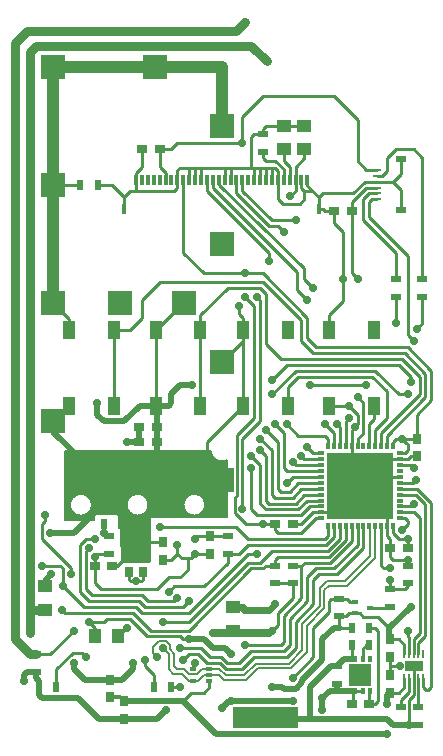
<source format=gtl>
%FSLAX46Y46*%
%MOMM*%
%ADD14C,0.200000*%
%ADD13C,0.230000*%
%ADD19C,0.240000*%
%ADD10C,0.250000*%
%ADD15C,0.300000*%
%ADD11C,0.500000*%
%ADD16C,0.600000*%
%ADD17C,0.700000*%
%ADD12C,0.750000*%
%ADD18C,1.000000*%
%AMPS51*
21,1,5.600000,5.600000,0.000000,0.000000,270.000000*
%
%ADD51PS51*%
%AMPS36*
21,1,0.300000,0.800000,0.000000,0.000000,0.000000*
%
%ADD36PS36*%
%AMPS25*
21,1,1.000000,1.600000,0.000000,0.000000,0.000000*
%
%ADD25PS25*%
%AMPS24*
21,1,1.000000,1.600000,0.000000,0.000000,180.000000*
%
%ADD24PS24*%
%AMPS34*
21,1,0.510000,0.400000,0.000000,0.000000,0.000000*
%
%ADD34PS34*%
%AMPS39*
21,1,0.900000,0.550000,0.000000,0.000000,180.000000*
%
%ADD39PS39*%
%AMPS27*
21,1,0.230000,0.700000,0.000000,0.000000,0.000000*
%
%ADD27PS27*%
%AMPS26*
21,1,0.230000,0.700000,0.000000,0.000000,180.000000*
%
%ADD26PS26*%
%AMPS21*
21,1,0.300000,0.450000,0.000000,0.000000,90.000000*
%
%ADD21PS21*%
%AMPS20*
21,1,0.300000,0.450000,0.000000,0.000000,270.000000*
%
%ADD20PS20*%
%AMPS28*
21,1,0.900000,1.500000,0.000000,0.000000,90.000000*
%
%ADD28PS28*%
%AMPS37*
21,1,0.400000,0.800000,0.000000,0.000000,0.000000*
%
%ADD37PS37*%
%AMPS43*
21,1,1.000000,1.250000,0.000000,0.000000,0.000000*
%
%ADD43PS43*%
%AMPS38*
21,1,1.000000,1.250000,0.000000,0.000000,90.000000*
%
%ADD38PS38*%
%AMPS41*
21,1,1.000000,1.250000,0.000000,0.000000,270.000000*
%
%ADD41PS41*%
%AMPS44*
21,1,0.500000,0.400000,0.000000,0.000000,90.000000*
%
%ADD44PS44*%
%AMPS45*
21,1,0.500000,0.750000,0.000000,0.000000,90.000000*
%
%ADD45PS45*%
%AMPS30*
21,1,0.800000,0.750000,0.000000,0.000000,0.000000*
%
%ADD30PS30*%
%AMPS29*
21,1,0.800000,0.750000,0.000000,0.000000,90.000000*
%
%ADD29PS29*%
%AMPS31*
21,1,0.800000,0.750000,0.000000,0.000000,180.000000*
%
%ADD31PS31*%
%AMPS35*
21,1,0.800000,0.750000,0.000000,0.000000,270.000000*
%
%ADD35PS35*%
%AMPS40*
21,1,0.250000,0.650000,0.000000,0.000000,270.000000*
%
%ADD40PS40*%
%AMPS48*
21,1,0.300000,0.550000,0.000000,0.000000,0.000000*
%
%ADD48PS48*%
%AMPS47*
21,1,0.300000,0.550000,0.000000,0.000000,90.000000*
%
%ADD47PS47*%
%AMPS50*
21,1,0.300000,0.550000,0.000000,0.000000,180.000000*
%
%ADD50PS50*%
%AMPS49*
21,1,0.300000,0.550000,0.000000,0.000000,270.000000*
%
%ADD49PS49*%
%AMPS46*
21,1,1.800000,1.800000,0.000000,0.000000,90.000000*
%
%ADD46PS46*%
%AMPS33*
21,1,0.500000,0.900000,0.000000,0.000000,0.000000*
%
%ADD33PS33*%
%AMPS22*
21,1,0.500000,0.900000,0.000000,0.000000,90.000000*
%
%ADD22PS22*%
%AMPS23*
21,1,0.500000,0.900000,0.000000,0.000000,180.000000*
%
%ADD23PS23*%
%AMPS32*
21,1,0.500000,0.900000,0.000000,0.000000,270.000000*
%
%ADD32PS32*%
%AMPS52*
1,1,0.700000,0.000000,0.000000*
%
%ADD52PS52*%
%AMPS42*
21,1,2.000000,2.000000,0.000000,0.000000,90.000000*
%
%ADD42PS42*%
G01*
%LPD*%
G36*
X-6100000Y13000000D02*
X-6060996Y13007920D01*
X-6028171Y13030425D01*
X-6006723Y13063952D01*
X-6000000Y13100000D01*
X-6000000Y16739949D01*
X-5998243Y16748603D01*
X-5990754Y16750000D01*
X400000Y16750000D01*
X439004Y16757920D01*
X471829Y16780425D01*
X493277Y16813952D01*
X500000Y16850000D01*
X500000Y21661047D01*
X492080Y21700051D01*
X469575Y21732876D01*
X436048Y21754324D01*
X396812Y21760996D01*
X357245Y21751446D01*
X335781Y21741294D01*
X299047Y21726078D01*
X259798Y21712034D01*
X221771Y21700499D01*
X181317Y21690365D01*
X142317Y21682608D01*
X101058Y21676488D01*
X61528Y21672594D01*
X19887Y21670548D01*
X-19887Y21670548D01*
X-61528Y21672594D01*
X-101058Y21676488D01*
X-142317Y21682608D01*
X-181317Y21690365D01*
X-221771Y21700499D01*
X-259798Y21712034D01*
X-299047Y21726078D01*
X-335781Y21741294D01*
X-373472Y21759121D01*
X-408525Y21777856D01*
X-444298Y21799297D01*
X-477330Y21821369D01*
X-510834Y21846217D01*
X-541569Y21871441D01*
X-572455Y21899435D01*
X-600569Y21927549D01*
X-628564Y21958437D01*
X-653781Y21989163D01*
X-678624Y22022660D01*
X-700703Y22055702D01*
X-722144Y22091475D01*
X-740879Y22126528D01*
X-758706Y22164219D01*
X-773922Y22200953D01*
X-787966Y22240202D01*
X-799501Y22278229D01*
X-809635Y22318683D01*
X-817392Y22357683D01*
X-823511Y22398936D01*
X-824582Y22409807D01*
X-836289Y22447846D01*
X-861905Y22478306D01*
X-897373Y22496362D01*
X-924100Y22500000D01*
X-13230000Y22500000D01*
X-13269004Y22492080D01*
X-13301829Y22469575D01*
X-13323277Y22436048D01*
X-13330000Y22400000D01*
X-13330000Y16600000D01*
X-13322080Y16560996D01*
X-13299575Y16528171D01*
X-13266048Y16506723D01*
X-13230000Y16500000D01*
X-10850000Y16500000D01*
X-10810996Y16507920D01*
X-10778171Y16530425D01*
X-10756723Y16563952D01*
X-10750000Y16600000D01*
X-10750000Y16989949D01*
X-10748243Y16998603D01*
X-10740754Y17000000D01*
X-8510051Y17000000D01*
X-8501397Y16998243D01*
X-8500000Y16990754D01*
X-8500000Y13100000D01*
X-8492080Y13060996D01*
X-8469575Y13028171D01*
X-8436048Y13006723D01*
X-8400000Y13000000D01*
X-6100000Y13000000D01*
D02*
G37*
%LPC*%
G36*
X-2300113Y17070548D02*
X-2339887Y17070548D01*
X-2381528Y17072594D01*
X-2421058Y17076488D01*
X-2462317Y17082608D01*
X-2501317Y17090365D01*
X-2541771Y17100499D01*
X-2579798Y17112034D01*
X-2619047Y17126078D01*
X-2655781Y17141294D01*
X-2693472Y17159121D01*
X-2728525Y17177856D01*
X-2764298Y17199297D01*
X-2797330Y17221369D01*
X-2830834Y17246217D01*
X-2861569Y17271441D01*
X-2892455Y17299435D01*
X-2920569Y17327549D01*
X-2948564Y17358437D01*
X-2973781Y17389163D01*
X-2998624Y17422660D01*
X-3020703Y17455702D01*
X-3042144Y17491475D01*
X-3060879Y17526528D01*
X-3078706Y17564219D01*
X-3093922Y17600953D01*
X-3107966Y17640202D01*
X-3119501Y17678229D01*
X-3129635Y17718683D01*
X-3137392Y17757683D01*
X-3143512Y17798942D01*
X-3147406Y17838472D01*
X-3149452Y17880113D01*
X-3149452Y17919887D01*
X-3147406Y17961528D01*
X-3143512Y18001058D01*
X-3137392Y18042317D01*
X-3129635Y18081317D01*
X-3119501Y18121771D01*
X-3107966Y18159798D01*
X-3093922Y18199047D01*
X-3078706Y18235781D01*
X-3060879Y18273472D01*
X-3042144Y18308525D01*
X-3020703Y18344298D01*
X-2998624Y18377340D01*
X-2973781Y18410837D01*
X-2948564Y18441563D01*
X-2920569Y18472451D01*
X-2892455Y18500565D01*
X-2861569Y18528559D01*
X-2830834Y18553783D01*
X-2797330Y18578631D01*
X-2764298Y18600703D01*
X-2728525Y18622144D01*
X-2693472Y18640879D01*
X-2655781Y18658706D01*
X-2619047Y18673922D01*
X-2579798Y18687966D01*
X-2541771Y18699501D01*
X-2501317Y18709635D01*
X-2462317Y18717392D01*
X-2421058Y18723512D01*
X-2381528Y18727406D01*
X-2339887Y18729452D01*
X-2300113Y18729452D01*
X-2258472Y18727406D01*
X-2218942Y18723512D01*
X-2177683Y18717392D01*
X-2138683Y18709635D01*
X-2098229Y18699501D01*
X-2060202Y18687966D01*
X-2020953Y18673922D01*
X-1984219Y18658706D01*
X-1946528Y18640879D01*
X-1911475Y18622144D01*
X-1875702Y18600703D01*
X-1842660Y18578624D01*
X-1809163Y18553781D01*
X-1778437Y18528564D01*
X-1747549Y18500569D01*
X-1719431Y18472451D01*
X-1691436Y18441563D01*
X-1666219Y18410837D01*
X-1641376Y18377340D01*
X-1619297Y18344298D01*
X-1597856Y18308525D01*
X-1579121Y18273472D01*
X-1561294Y18235781D01*
X-1546078Y18199047D01*
X-1532034Y18159798D01*
X-1520499Y18121771D01*
X-1510365Y18081317D01*
X-1502608Y18042317D01*
X-1496488Y18001058D01*
X-1492594Y17961528D01*
X-1490548Y17919887D01*
X-1490548Y17880113D01*
X-1492594Y17838472D01*
X-1496488Y17798942D01*
X-1502608Y17757683D01*
X-1510365Y17718683D01*
X-1520499Y17678229D01*
X-1532034Y17640202D01*
X-1546078Y17600953D01*
X-1561294Y17564219D01*
X-1579121Y17526528D01*
X-1597856Y17491475D01*
X-1619297Y17455702D01*
X-1641376Y17422660D01*
X-1666219Y17389163D01*
X-1691436Y17358437D01*
X-1719431Y17327549D01*
X-1747549Y17299431D01*
X-1778437Y17271436D01*
X-1809163Y17246219D01*
X-1842660Y17221376D01*
X-1875702Y17199297D01*
X-1911475Y17177856D01*
X-1946528Y17159121D01*
X-1984219Y17141294D01*
X-2020953Y17126078D01*
X-2060202Y17112034D01*
X-2098229Y17100499D01*
X-2138683Y17090365D01*
X-2177683Y17082608D01*
X-2218942Y17076488D01*
X-2258472Y17072594D01*
X-2300113Y17070548D01*
D02*
G37*
%LPC*%
G36*
X-7100113Y17070548D02*
X-7139887Y17070548D01*
X-7181528Y17072594D01*
X-7221058Y17076488D01*
X-7262317Y17082608D01*
X-7301317Y17090365D01*
X-7341771Y17100499D01*
X-7379798Y17112034D01*
X-7419047Y17126078D01*
X-7455781Y17141294D01*
X-7493472Y17159121D01*
X-7528525Y17177856D01*
X-7564298Y17199297D01*
X-7597330Y17221369D01*
X-7630834Y17246217D01*
X-7661569Y17271441D01*
X-7692455Y17299435D01*
X-7720569Y17327549D01*
X-7748564Y17358437D01*
X-7773781Y17389163D01*
X-7798624Y17422660D01*
X-7820703Y17455702D01*
X-7842144Y17491475D01*
X-7860879Y17526528D01*
X-7878706Y17564219D01*
X-7893922Y17600953D01*
X-7907966Y17640202D01*
X-7919501Y17678229D01*
X-7929635Y17718683D01*
X-7937392Y17757683D01*
X-7943512Y17798942D01*
X-7947406Y17838472D01*
X-7949452Y17880113D01*
X-7949452Y17919887D01*
X-7947406Y17961528D01*
X-7943512Y18001058D01*
X-7937392Y18042317D01*
X-7929635Y18081317D01*
X-7919501Y18121771D01*
X-7907966Y18159798D01*
X-7893922Y18199047D01*
X-7878706Y18235781D01*
X-7860879Y18273472D01*
X-7842144Y18308525D01*
X-7820703Y18344298D01*
X-7798624Y18377340D01*
X-7773781Y18410837D01*
X-7748564Y18441563D01*
X-7720569Y18472451D01*
X-7692455Y18500565D01*
X-7661569Y18528559D01*
X-7630834Y18553783D01*
X-7597330Y18578631D01*
X-7564298Y18600703D01*
X-7528525Y18622144D01*
X-7493472Y18640879D01*
X-7455781Y18658706D01*
X-7419047Y18673922D01*
X-7379798Y18687966D01*
X-7341771Y18699501D01*
X-7301317Y18709635D01*
X-7262317Y18717392D01*
X-7221058Y18723512D01*
X-7181528Y18727406D01*
X-7139887Y18729452D01*
X-7100113Y18729452D01*
X-7058472Y18727406D01*
X-7018942Y18723512D01*
X-6977683Y18717392D01*
X-6938683Y18709635D01*
X-6898229Y18699501D01*
X-6860202Y18687966D01*
X-6820953Y18673922D01*
X-6784219Y18658706D01*
X-6746528Y18640879D01*
X-6711475Y18622144D01*
X-6675702Y18600703D01*
X-6642660Y18578624D01*
X-6609163Y18553781D01*
X-6578437Y18528564D01*
X-6547549Y18500569D01*
X-6519431Y18472451D01*
X-6491436Y18441563D01*
X-6466219Y18410837D01*
X-6441376Y18377340D01*
X-6419297Y18344298D01*
X-6397856Y18308525D01*
X-6379121Y18273472D01*
X-6361294Y18235781D01*
X-6346078Y18199047D01*
X-6332034Y18159798D01*
X-6320499Y18121771D01*
X-6310365Y18081317D01*
X-6302608Y18042317D01*
X-6296488Y18001058D01*
X-6292594Y17961528D01*
X-6290548Y17919887D01*
X-6290548Y17880113D01*
X-6292594Y17838472D01*
X-6296488Y17798942D01*
X-6302608Y17757683D01*
X-6310365Y17718683D01*
X-6320499Y17678229D01*
X-6332034Y17640202D01*
X-6346078Y17600953D01*
X-6361294Y17564219D01*
X-6379121Y17526528D01*
X-6397856Y17491475D01*
X-6419297Y17455702D01*
X-6441376Y17422660D01*
X-6466219Y17389163D01*
X-6491436Y17358437D01*
X-6519431Y17327549D01*
X-6547549Y17299431D01*
X-6578437Y17271436D01*
X-6609163Y17246219D01*
X-6642660Y17221376D01*
X-6675702Y17199297D01*
X-6711475Y17177856D01*
X-6746528Y17159121D01*
X-6784219Y17141294D01*
X-6820953Y17126078D01*
X-6860202Y17112034D01*
X-6898229Y17100499D01*
X-6938683Y17090365D01*
X-6977683Y17082608D01*
X-7018942Y17076488D01*
X-7058472Y17072594D01*
X-7100113Y17070548D01*
D02*
G37*
%LPC*%
G36*
X-11900113Y17070548D02*
X-11939887Y17070548D01*
X-11981528Y17072594D01*
X-12021058Y17076488D01*
X-12062317Y17082608D01*
X-12101317Y17090365D01*
X-12141771Y17100499D01*
X-12179798Y17112034D01*
X-12219047Y17126078D01*
X-12255781Y17141294D01*
X-12293472Y17159121D01*
X-12328525Y17177856D01*
X-12364298Y17199297D01*
X-12397340Y17221376D01*
X-12430837Y17246219D01*
X-12461563Y17271436D01*
X-12492451Y17299431D01*
X-12520569Y17327549D01*
X-12548564Y17358437D01*
X-12573781Y17389163D01*
X-12598624Y17422660D01*
X-12620703Y17455702D01*
X-12642144Y17491475D01*
X-12660879Y17526528D01*
X-12678706Y17564219D01*
X-12693922Y17600953D01*
X-12707966Y17640202D01*
X-12719501Y17678229D01*
X-12729635Y17718683D01*
X-12737392Y17757683D01*
X-12743512Y17798942D01*
X-12747406Y17838472D01*
X-12749452Y17880113D01*
X-12749452Y17919887D01*
X-12747406Y17961528D01*
X-12743512Y18001058D01*
X-12737392Y18042317D01*
X-12729635Y18081317D01*
X-12719501Y18121771D01*
X-12707966Y18159798D01*
X-12693922Y18199047D01*
X-12678706Y18235781D01*
X-12660879Y18273472D01*
X-12642144Y18308525D01*
X-12620703Y18344298D01*
X-12598624Y18377340D01*
X-12573781Y18410837D01*
X-12548564Y18441563D01*
X-12520569Y18472451D01*
X-12492451Y18500569D01*
X-12461563Y18528564D01*
X-12430837Y18553781D01*
X-12397340Y18578624D01*
X-12364298Y18600703D01*
X-12328525Y18622144D01*
X-12293472Y18640879D01*
X-12255781Y18658706D01*
X-12219047Y18673922D01*
X-12179798Y18687966D01*
X-12141771Y18699501D01*
X-12101317Y18709635D01*
X-12062317Y18717392D01*
X-12021058Y18723512D01*
X-11981528Y18727406D01*
X-11939887Y18729452D01*
X-11900113Y18729452D01*
X-11858472Y18727406D01*
X-11818942Y18723512D01*
X-11777683Y18717392D01*
X-11738683Y18709635D01*
X-11698229Y18699501D01*
X-11660202Y18687966D01*
X-11620953Y18673922D01*
X-11584219Y18658706D01*
X-11546528Y18640879D01*
X-11511475Y18622144D01*
X-11475702Y18600703D01*
X-11442670Y18578631D01*
X-11409166Y18553783D01*
X-11378431Y18528559D01*
X-11347545Y18500565D01*
X-11319431Y18472451D01*
X-11291436Y18441563D01*
X-11266219Y18410837D01*
X-11241376Y18377340D01*
X-11219297Y18344298D01*
X-11197856Y18308525D01*
X-11179121Y18273472D01*
X-11161294Y18235781D01*
X-11146078Y18199047D01*
X-11132034Y18159798D01*
X-11120499Y18121771D01*
X-11110365Y18081317D01*
X-11102608Y18042317D01*
X-11096488Y18001058D01*
X-11092594Y17961528D01*
X-11090548Y17919887D01*
X-11090548Y17880113D01*
X-11092594Y17838472D01*
X-11096488Y17798942D01*
X-11102608Y17757683D01*
X-11110365Y17718683D01*
X-11120499Y17678229D01*
X-11132034Y17640202D01*
X-11146078Y17600953D01*
X-11161294Y17564219D01*
X-11179121Y17526528D01*
X-11197856Y17491475D01*
X-11219297Y17455702D01*
X-11241376Y17422660D01*
X-11266219Y17389163D01*
X-11291436Y17358437D01*
X-11319431Y17327549D01*
X-11347545Y17299435D01*
X-11378431Y17271441D01*
X-11409166Y17246217D01*
X-11442670Y17221369D01*
X-11475702Y17199297D01*
X-11511475Y17177856D01*
X-11546528Y17159121D01*
X-11584219Y17141294D01*
X-11620953Y17126078D01*
X-11660202Y17112034D01*
X-11698229Y17100499D01*
X-11738683Y17090365D01*
X-11777683Y17082608D01*
X-11818942Y17076488D01*
X-11858472Y17072594D01*
X-11900113Y17070548D01*
D02*
G37*
%LPD*%
G36*
X6500000Y-1000000D02*
X6500000Y750000D01*
X1000000Y750000D01*
X1000000Y-1000000D01*
X6500000Y-1000000D01*
D02*
G37*
G01*
%LPD*%
D10*
X1305010Y18685001D02*
X1094999Y18474990D01*
D10*
X11150001Y2150000D02*
X11150001Y1150001D01*
D10*
X-4250000Y2500000D02*
X-3525000Y2500000D01*
D10*
X4000000Y41500000D02*
X4750000Y41500000D01*
D10*
X11250000Y8689998D02*
X11729290Y8689998D01*
D10*
X-1000000Y5000000D02*
X-1750000Y5750000D01*
D11*
X6000000Y1250000D02*
X750000Y1250000D01*
D10*
X3750000Y35750000D02*
X3250000Y36250000D01*
D10*
X-2750000Y46430000D02*
X-2750000Y45430000D01*
D10*
X-7250000Y44430000D02*
X-7750000Y44430000D01*
D10*
X9750000Y12000000D02*
X12000000Y14250000D01*
D10*
X13500000Y16125000D02*
X13500000Y12750000D01*
D10*
X6750000Y12700000D02*
X7050000Y13000000D01*
D10*
X5750000Y45430000D02*
X5750000Y46500000D01*
D12*
X-16250000Y56250000D02*
X-16250000Y9250000D01*
D10*
X6250000Y46500000D02*
X7000008Y47250008D01*
D10*
X4500000Y15750000D02*
X4500000Y16250000D01*
D13*
X15850000Y5300000D02*
X15850000Y6650000D01*
D10*
X12750000Y28750000D02*
X6500000Y28750000D01*
D11*
X-5500000Y23250000D02*
X-5500000Y24500000D01*
D14*
X8300000Y9332844D02*
X6800000Y7832844D01*
D10*
X-2250000Y46430000D02*
X-2250000Y45430000D01*
D10*
X17000000Y47250000D02*
X16250000Y48000000D01*
D10*
X-250000Y44930000D02*
X7000000Y37913871D01*
D10*
X7250000Y35250000D02*
X6400001Y36099999D01*
D10*
X13500000Y22875000D02*
X13500000Y24000000D01*
D10*
X4250000Y14000000D02*
X3250000Y13000000D01*
D10*
X2500000Y17500000D02*
X3000000Y17000000D01*
D10*
X6250000Y5750000D02*
X6250000Y8000000D01*
D10*
X14250000Y3500000D02*
X14250000Y4250000D01*
D10*
X14250000Y13500000D02*
X14500000Y13250000D01*
D10*
X3250000Y13000000D02*
X2250000Y13000000D01*
D10*
X-1075000Y2425000D02*
X-1500000Y2000000D01*
D10*
X4750000Y45430000D02*
X4750000Y46180000D01*
D13*
X16650000Y2100000D02*
X16650000Y750000D01*
D10*
X-1750000Y46430000D02*
X-1750000Y45430000D01*
D10*
X5155001Y43344999D02*
X6594999Y43344999D01*
D10*
X-2250000Y46430000D02*
X-1750000Y46430000D01*
D10*
X3250000Y35250000D02*
X3000000Y35500000D01*
D10*
X1500000Y34050000D02*
X1800000Y33750000D01*
D10*
X16169985Y19750000D02*
X16419985Y20000000D01*
D13*
X15450000Y6050000D02*
X15000000Y6500000D01*
D10*
X9900000Y8439998D02*
X10500000Y8439998D01*
D10*
X6750000Y22000000D02*
X7000000Y21750000D01*
D13*
X16534442Y19250000D02*
X15500000Y19250000D01*
D10*
X-1075000Y3000000D02*
X-1075000Y2425000D01*
D10*
X-144386Y4500000D02*
X355614Y4000000D01*
D10*
X6250000Y45430000D02*
X6250000Y46500000D01*
D11*
X6820702Y2886300D02*
X6820702Y3070702D01*
D10*
X-9750000Y8250000D02*
X-7780598Y8250000D01*
D10*
X3500000Y49250000D02*
X2750000Y49250000D01*
D10*
X14500000Y23250000D02*
X14750000Y23500000D01*
D10*
X13250000Y7250000D02*
X13250000Y1250000D01*
D10*
X250000Y46430000D02*
X-1750000Y46430000D01*
D10*
X12250000Y6000000D02*
X12500000Y6000000D01*
D15*
X-9483746Y1593422D02*
X-8593422Y1593422D01*
D10*
X7750000Y7500000D02*
X7750000Y4970000D01*
D10*
X3500000Y49750000D02*
X3500000Y49250000D01*
D14*
X6800000Y7832844D02*
X6800000Y5582844D01*
D10*
X9500000Y41750000D02*
X9500000Y42750000D01*
D12*
X-16000056Y9000056D02*
X-14999992Y9000056D01*
D10*
X14500000Y13250000D02*
X14750000Y13250000D01*
D10*
X-3250000Y39250000D02*
X-1500000Y37500000D01*
D10*
X5750000Y46500000D02*
X5250008Y46999992D01*
D10*
X463739Y4500000D02*
X-36261Y5000000D01*
D11*
X-4250000Y27250000D02*
X-3500000Y28000000D01*
D10*
X15175000Y45925000D02*
X14500000Y45250000D01*
D10*
X7750000Y22250000D02*
X8375000Y22250000D01*
D10*
X12750000Y43750000D02*
X12500000Y43500000D01*
D14*
X-2761668Y3000000D02*
X-3361668Y3600000D01*
D10*
X6500000Y19750000D02*
X8375000Y19750000D01*
D14*
X9082844Y11050000D02*
X8700000Y10667156D01*
D10*
X12000000Y26000000D02*
X12000000Y24000000D01*
D14*
X6800000Y5582844D02*
X5667156Y4450000D01*
D10*
X8000000Y31250000D02*
X15750000Y31250000D01*
D10*
X-8250000Y43930000D02*
X-8250000Y42930000D01*
D10*
X5500000Y29750000D02*
X15000000Y29750000D01*
D10*
X-2425000Y4325000D02*
X-2250000Y4500000D01*
D10*
X-14000000Y3969402D02*
X-12619403Y5349999D01*
D10*
X-3750000Y46250000D02*
X-3570000Y46430000D01*
D10*
X1800000Y31800000D02*
X1800000Y32700000D01*
D11*
X-14999992Y11000056D02*
X-14999992Y11483868D01*
D10*
X10500000Y22875000D02*
X10500000Y25000000D01*
D13*
X15900000Y-650000D02*
X15900000Y-750000D01*
D13*
X15000000Y2000000D02*
X14250000Y2000000D01*
D10*
X3750000Y18250000D02*
X4000000Y18000000D01*
D12*
X-17500000Y6500000D02*
X-16250000Y5250000D01*
D10*
X15250000Y23500000D02*
X14750000Y23500000D01*
D10*
X5250000Y6250000D02*
X5250001Y8500001D01*
D14*
X-4100000Y3600000D02*
X-4500000Y4000000D01*
D10*
X14500000Y16125000D02*
X14500000Y15500000D01*
D13*
X16454602Y18750000D02*
X15500000Y18750000D01*
D10*
X500000Y36250000D02*
X-1800000Y33950000D01*
D10*
X3500000Y47250000D02*
X3500000Y47750000D01*
D10*
X14250000Y10750000D02*
X15500000Y10750000D01*
D10*
X10645000Y9939998D02*
X10500000Y9939998D01*
D11*
X-5500000Y22250000D02*
X-11591004Y22250000D01*
D10*
X-2425000Y4000000D02*
X-2425000Y4325000D01*
D15*
X-8593422Y1593422D02*
X-8250000Y1250000D01*
D10*
X1750000Y4000000D02*
X2750000Y5000000D01*
D14*
X-254571Y3500000D02*
X-750000Y3500000D01*
D10*
X-8000000Y7500000D02*
X-8000000Y7499936D01*
D10*
X3500000Y36750000D02*
X-5250000Y36750000D01*
D10*
X13150000Y46250000D02*
X12250000Y46250000D01*
D10*
X6750000Y17000000D02*
X7500000Y17750000D01*
D10*
X6750000Y10000000D02*
X6750000Y12700000D01*
D14*
X-2425000Y3000000D02*
X-2000000Y3000000D01*
D10*
X-11250000Y9750000D02*
X-12000000Y10500000D01*
D10*
X10250000Y41000000D02*
X9500000Y41750000D01*
D10*
X-11000000Y10250000D02*
X-11500000Y10750000D01*
D11*
X14192618Y7442618D02*
X16000000Y9250000D01*
D10*
X6250000Y21250000D02*
X6000000Y21500000D01*
D10*
X2750000Y34750000D02*
X2750000Y25250000D01*
D10*
X-5250000Y16000000D02*
X1250000Y16000000D01*
D11*
X4250000Y2500000D02*
X5070654Y2500000D01*
D10*
X-2750000Y7250000D02*
X2500000Y12500000D01*
D10*
X13575000Y45750000D02*
X13150000Y45750000D01*
D10*
X10500000Y8439998D02*
X10750000Y8689998D01*
D11*
X9750000Y2150000D02*
X9150000Y2150000D01*
D10*
X-6500000Y4255026D02*
X-6500000Y4750000D01*
D10*
X15750000Y31250000D02*
X17750000Y29250000D01*
D10*
X6500000Y28750000D02*
X5600000Y27850000D01*
D10*
X16000000Y22000000D02*
X16500000Y22000000D01*
D10*
X9000000Y22875000D02*
X9000000Y23500000D01*
D10*
X10000000Y15033751D02*
X8966249Y14000000D01*
D13*
X17298277Y2250000D02*
X17500000Y2250000D01*
D10*
X-7800000Y32700000D02*
X-9100000Y32700000D01*
D10*
X-2750000Y8000000D02*
X-5000000Y8000000D01*
D11*
X14500000Y-750000D02*
X15150000Y-750000D01*
D10*
X16750000Y16750000D02*
X16750000Y7000000D01*
D10*
X6250000Y29250000D02*
X4250000Y27250000D01*
D10*
X-5500000Y10750000D02*
X-10250000Y10750000D01*
D10*
X-3750000Y13750000D02*
X-3750000Y14500000D01*
D10*
X-1500000Y11000000D02*
X500000Y13000000D01*
D10*
X15750000Y32250000D02*
X16250000Y31750000D01*
D13*
X15900000Y1400000D02*
X16250000Y1750000D01*
D10*
X-6625000Y12241494D02*
X-6625000Y11596520D01*
D10*
X3750000Y46430000D02*
X4250000Y46430000D01*
D10*
X6000000Y18500000D02*
X4500000Y18500000D01*
D16*
X1800056Y9199944D02*
X2000000Y9000000D01*
D10*
X-3250000Y9250000D02*
X-6500000Y9250000D01*
D10*
X6400001Y37599999D02*
X-750000Y44750000D01*
D13*
X16250000Y3200000D02*
X16250000Y4250000D01*
D10*
X13000000Y1000000D02*
X12500000Y1000000D01*
D13*
X15450000Y5300000D02*
X15450000Y6050000D01*
D11*
X-1500000Y6500000D02*
X-2750000Y6500000D01*
D14*
X8700000Y10667156D02*
X8700000Y9167156D01*
D10*
X4500000Y13250000D02*
X4750000Y13500000D01*
D10*
X12500000Y2125000D02*
X12525000Y2150000D01*
D10*
X-6750000Y46500000D02*
X-6750000Y48000000D01*
D11*
X-5600000Y26300000D02*
X-6950000Y26300000D01*
D10*
X10700000Y26300000D02*
X10750000Y26250000D01*
D10*
X-1250000Y4500000D02*
X-144386Y4500000D01*
D14*
X-4697599Y6380001D02*
X-4369999Y6052401D01*
D10*
X13215948Y8419288D02*
X14192618Y7442618D01*
D14*
X12550000Y16075000D02*
X12550000Y13582844D01*
D11*
X14000000Y-1500000D02*
X-500000Y-1500000D01*
D10*
X9900000Y9939998D02*
X9295008Y9939998D01*
D10*
X-7250000Y45430000D02*
X-7250000Y44430000D01*
D10*
X12550000Y9189998D02*
X14189998Y9189998D01*
D10*
X7250000Y18250000D02*
X8375000Y18250000D01*
D10*
X13000000Y22875000D02*
X13000000Y24250000D01*
D10*
X-7250000Y46000000D02*
X-6750000Y46500000D01*
D10*
X7935651Y20250000D02*
X6000000Y20250000D01*
D11*
X-12500000Y15500000D02*
X-10500000Y17500000D01*
D10*
X-8500000Y16250000D02*
X-8500000Y14366494D01*
D10*
X9105010Y9750000D02*
X9105010Y8855010D01*
D14*
X3082844Y4050000D02*
X2082844Y3050000D01*
D10*
X-2000000Y5250000D02*
X-1250000Y4500000D01*
D10*
X1094999Y18474990D02*
X1094999Y17185599D01*
D10*
X3750000Y22000000D02*
X3750000Y18250000D01*
D10*
X1305010Y23805010D02*
X1305010Y18685001D01*
D14*
X2917156Y4450000D02*
X1917156Y3450000D01*
D10*
X15125000Y20250000D02*
X12500000Y20250000D01*
D10*
X12500000Y43500000D02*
X12500000Y42250000D01*
D10*
X12000000Y14250000D02*
X12000000Y16125000D01*
D10*
X4750000Y23250000D02*
X3750000Y24250000D01*
D11*
X-15500000Y3000000D02*
X-15750000Y3250000D01*
D10*
X-3500000Y11750000D02*
X-4500000Y11750000D01*
D10*
X-6750000Y8750000D02*
X-7250000Y9250000D01*
D14*
X13000000Y16125000D02*
X12950000Y16075000D01*
D14*
X-5302401Y6380001D02*
X-4697599Y6380001D01*
D13*
X17750000Y18034442D02*
X16534442Y19250000D01*
D10*
X3750000Y46430000D02*
X3750000Y45430000D01*
D11*
X-4450000Y26300000D02*
X-4250000Y26500000D01*
D10*
X-6315609Y6785011D02*
X-3529985Y6785011D01*
D10*
X-12750000Y12000000D02*
X-12750000Y12500000D01*
D10*
X-2750000Y46430000D02*
X-2250000Y46430000D01*
D10*
X15750000Y16500000D02*
X15500000Y16750000D01*
D10*
X-36261Y5000000D02*
X-1000000Y5000000D01*
D10*
X-5000000Y14750000D02*
X-7250000Y14750000D01*
D13*
X17500000Y2250000D02*
X17750000Y2500000D01*
D10*
X4250000Y46430000D02*
X4250000Y45430000D01*
D10*
X11000000Y42750000D02*
X11000000Y43500000D01*
D10*
X9100000Y32700000D02*
X9100000Y34000000D01*
D10*
X3750056Y50000056D02*
X3500000Y49750000D01*
D10*
X8375000Y21250000D02*
X7719402Y21250000D01*
D10*
X1750000Y48500000D02*
X-3750000Y48500000D01*
D10*
X-250000Y45430000D02*
X-250000Y44930000D01*
D10*
X14750000Y33250000D02*
X14750000Y34000000D01*
D11*
X-8406578Y3093422D02*
X-9483746Y3093422D01*
D11*
X-5600000Y26300000D02*
X-4450000Y26300000D01*
D10*
X5250000Y24000000D02*
X4500000Y24750000D01*
D10*
X8570000Y42930000D02*
X8250000Y42930000D01*
D10*
X14000000Y21750000D02*
X11750000Y19500000D01*
D10*
X5250000Y46288125D02*
X4538125Y47000000D01*
D10*
X-11500000Y14000000D02*
X-11250000Y14250000D01*
D13*
X15500000Y19250000D02*
X15125000Y19250000D01*
D10*
X14250000Y10750000D02*
X14250000Y11500000D01*
D10*
X10000000Y16125000D02*
X10000000Y15033751D01*
D10*
X9500000Y42750000D02*
X8750000Y42750000D01*
D14*
X-5849999Y5832403D02*
X-5302401Y6380001D01*
D11*
X-5500000Y-250000D02*
X-4750000Y500000D01*
D10*
X-13250000Y8750000D02*
X-7500000Y8750000D01*
D10*
X-13683858Y12750000D02*
X-13453004Y12519146D01*
D11*
X8500000Y500000D02*
X8500000Y1500000D01*
D10*
X6750000Y16250000D02*
X7750000Y17250000D01*
D10*
X11500000Y23500000D02*
X11500000Y22875000D01*
D13*
X15900000Y-600000D02*
X15900000Y-650000D01*
D10*
X-2750000Y8750000D02*
X-6750000Y8750000D01*
D10*
X11000000Y37500000D02*
X11000000Y42750000D01*
D10*
X-6625000Y14125000D02*
X-7250000Y14750000D01*
D11*
X10000000Y7500000D02*
X9500000Y7500000D01*
D10*
X-5250000Y36750000D02*
X-6750000Y35250000D01*
D13*
X15850000Y6650000D02*
X15750000Y6750000D01*
D11*
X-14999992Y11483868D02*
X-14453004Y12030856D01*
D10*
X4750000Y7750000D02*
X4250000Y7250000D01*
D11*
X-8000000Y23250000D02*
X-7000000Y23250000D01*
D10*
X7000000Y21750000D02*
X8375000Y21750000D01*
D10*
X-2849999Y13400001D02*
X-2849999Y12400001D01*
D10*
X-11469402Y15000000D02*
X-10750000Y15000000D01*
D14*
X5832844Y4050000D02*
X3082844Y4050000D01*
D12*
X3800000Y55450000D02*
X2474990Y56775010D01*
D12*
X-16250000Y9250000D02*
X-16250000Y7000000D01*
D10*
X2000000Y6000000D02*
X5000000Y6000000D01*
D10*
X5500000Y5000000D02*
X6250000Y5750000D01*
D10*
X11000000Y20250000D02*
X11750000Y19500000D01*
D13*
X16650000Y5300000D02*
X16650000Y6150000D01*
D10*
X11925000Y5675000D02*
X12250000Y6000000D01*
D11*
X14250000Y6500000D02*
X14192618Y6557382D01*
D11*
X-9000000Y17500000D02*
X-8500000Y17000000D01*
D10*
X-7744974Y11466494D02*
X-7875000Y11596520D01*
D10*
X8000000Y12500000D02*
X9500000Y12500000D01*
D10*
X-11500000Y10750000D02*
X-11500000Y14000000D01*
D10*
X11729290Y8689998D02*
X12000000Y8419288D01*
D10*
X3750000Y17500000D02*
X6500000Y17500000D01*
D11*
X-16500000Y3750000D02*
X-15750000Y3750000D01*
D14*
X2082844Y3050000D02*
X195429Y3050000D01*
D10*
X7000008Y47250008D02*
X7000008Y48000056D01*
D10*
X-13500000Y9000000D02*
X-13250000Y8750000D01*
D10*
X2750000Y49250000D02*
X2500000Y49000000D01*
D17*
X250000Y7000000D02*
X4000000Y7000000D01*
D10*
X3250000Y36250000D02*
X500000Y36250000D01*
D10*
X8858125Y14500000D02*
X9500000Y15141875D01*
D10*
X-9750000Y8250000D02*
X-10000000Y8000000D01*
D10*
X2500000Y21000000D02*
X2500000Y17500000D01*
D10*
X14000000Y27500000D02*
X12750000Y28750000D01*
D10*
X8375000Y19250000D02*
X6750000Y19250000D01*
D18*
X-14250000Y45000000D02*
X-14250000Y55000000D01*
D11*
X14000056Y-250056D02*
X14500000Y-750000D01*
D10*
X12900000Y25150000D02*
X12500000Y24750000D01*
D13*
X15450000Y3200000D02*
X15450000Y2450000D01*
D10*
X6700000Y12750000D02*
X6000000Y12750000D01*
D10*
X-6500000Y9250000D02*
X-7000000Y9750000D01*
D10*
X14750000Y39250000D02*
X12000000Y42000000D01*
D11*
X-12000000Y21841004D02*
X-14250000Y24091004D01*
D11*
X7500000Y-250056D02*
X6000056Y-250056D01*
D10*
X7500000Y17750000D02*
X8375000Y17750000D01*
D10*
X11000000Y6000000D02*
X11000000Y5000001D01*
D10*
X7750000Y4970000D02*
X6030000Y3250000D01*
D10*
X3250000Y25000000D02*
X3250000Y35250000D01*
D10*
X5000000Y30250000D02*
X3750000Y31500000D01*
D10*
X-12900000Y32700000D02*
X-12900000Y33650000D01*
D10*
X-3400001Y13400001D02*
X-2849999Y13400001D01*
D10*
X3250000Y46430000D02*
X3250000Y45430000D01*
D11*
X5250000Y2320654D02*
X6255056Y2320654D01*
D10*
X4750000Y46180000D02*
X4500000Y46430000D01*
D10*
X9074373Y13500000D02*
X10500000Y14925627D01*
D11*
X-7500000Y4500000D02*
X-7500000Y4000000D01*
D10*
X11500000Y37000000D02*
X11000000Y37500000D01*
D10*
X-15250000Y12750000D02*
X-13683858Y12750000D01*
D10*
X-7780598Y8250000D02*
X-6315609Y6785011D01*
D10*
X-6750000Y35250000D02*
X-6750000Y33750000D01*
D11*
X9750000Y2750000D02*
X9750000Y2150000D01*
D10*
X7000008Y50000056D02*
X5250008Y50000056D01*
D11*
X-10500000Y17500000D02*
X-9000000Y17500000D01*
D11*
X-11593422Y3093422D02*
X-12500000Y4000000D01*
D10*
X4750000Y19250000D02*
X5000000Y19000000D01*
D10*
X-7250000Y11466494D02*
X-6755026Y11466494D01*
D10*
X5600000Y27850000D02*
X5600000Y26300000D01*
D10*
X4750000Y8750000D02*
X4750000Y7750000D01*
D10*
X-2750000Y5250000D02*
X-2000000Y5250000D01*
D11*
X6255056Y2320654D02*
X6820702Y2886300D01*
D11*
X-8250000Y-250000D02*
X-5500000Y-250000D01*
D10*
X1750000Y50750000D02*
X1750000Y48500000D01*
D11*
X-15500000Y1750000D02*
X-15250000Y1500000D01*
D10*
X8750000Y42750000D02*
X8570000Y42930000D01*
D11*
X-7000000Y23250000D02*
X-7000000Y24500000D01*
D10*
X500000Y13000000D02*
X500000Y13750000D01*
D11*
X-4250000Y26500000D02*
X-4250000Y27250000D01*
D10*
X14000000Y25250000D02*
X14000000Y27500000D01*
D10*
X14500000Y22875000D02*
X14500000Y23250000D01*
D10*
X13150000Y45250000D02*
X14500000Y45250000D01*
D10*
X4500000Y18500000D02*
X4250000Y18750000D01*
D10*
X11000000Y5000001D02*
X11150001Y4850000D01*
D14*
X10582844Y11050000D02*
X9082844Y11050000D01*
D10*
X9105010Y8855010D02*
X7750000Y7500000D01*
D13*
X15000000Y6500000D02*
X14250000Y6500000D01*
D10*
X-3750000Y48500000D02*
X-4250000Y48000000D01*
D10*
X463739Y4500000D02*
X1500000Y4500000D01*
D10*
X12500000Y42250000D02*
X15750000Y39000000D01*
D10*
X7750000Y17250000D02*
X8375000Y17250000D01*
D10*
X6500000Y23750000D02*
X5500000Y24750000D01*
D10*
X16000000Y28750000D02*
X16000000Y28250000D01*
D10*
X14000000Y17250000D02*
X11750000Y19500000D01*
D11*
X-5500000Y24500000D02*
X-5500000Y26200000D01*
D11*
X-5500000Y26200000D02*
X-5600000Y26300000D01*
D12*
X2474990Y56775010D02*
X-15724990Y56775010D01*
D10*
X15125000Y21250000D02*
X16000000Y21250000D01*
D10*
X-4000000Y9750000D02*
X-6250000Y9750000D01*
D13*
X17750000Y2500000D02*
X17750000Y18034442D01*
D10*
X1250000Y16000000D02*
X2250000Y15000000D01*
D10*
X7250000Y9750000D02*
X7250000Y11750000D01*
D10*
X9500000Y15141875D02*
X9500000Y16125000D01*
D14*
X-217156Y4000000D02*
X-1075000Y4000000D01*
D10*
X15250000Y30250000D02*
X5000000Y30250000D01*
D10*
X12000000Y43750000D02*
X12500000Y44250000D01*
D10*
X10250000Y37000000D02*
X10250000Y41000000D01*
D10*
X-2750000Y9750000D02*
X-3250000Y9250000D01*
D10*
X4750000Y43750000D02*
X5155001Y43344999D01*
D10*
X14750000Y48000000D02*
X14000000Y47250000D01*
D10*
X9500000Y17250000D02*
X11750000Y19500000D01*
D14*
X195429Y3050000D02*
X-254571Y3500000D01*
D10*
X6750000Y12700000D02*
X6700000Y12750000D01*
D14*
X8917156Y11450000D02*
X8300000Y10832844D01*
D10*
X-3750000Y13750000D02*
X-3400001Y13400001D01*
D10*
X-1250000Y23250000D02*
X1800000Y26300000D01*
D10*
X4250000Y18750000D02*
X4250000Y22500000D01*
D10*
X-4500000Y10500000D02*
X-4000000Y11000000D01*
D13*
X17250000Y17954602D02*
X16454602Y18750000D01*
D10*
X14000000Y15250000D02*
X14250000Y15000000D01*
D10*
X8750000Y23750000D02*
X6500000Y23750000D01*
D13*
X15900000Y-600000D02*
X15900000Y1400000D01*
D13*
X16650000Y6150000D02*
X17250000Y6750000D01*
D10*
X9000000Y23500000D02*
X8750000Y23750000D01*
D14*
X332844Y3450000D02*
X-217156Y4000000D01*
D10*
X3500000Y12500000D02*
X3750000Y12750000D01*
D10*
X10250000Y37000000D02*
X10250000Y35150000D01*
D10*
X11000000Y43500000D02*
X12250000Y44750000D01*
D10*
X9295008Y9939998D02*
X9105010Y9750000D01*
D10*
X16500000Y23500000D02*
X15250000Y23500000D01*
D10*
X10500000Y25000000D02*
X10750000Y25250000D01*
D10*
X2750000Y25250000D02*
X1305010Y23805010D01*
D10*
X-3750000Y45430000D02*
X-3750000Y46250000D01*
D14*
X12950000Y16075000D02*
X12950000Y13417156D01*
D10*
X5000000Y6000000D02*
X5250000Y6250000D01*
D10*
X-3750000Y10000000D02*
X-4000000Y9750000D01*
D10*
X8000000Y16750000D02*
X6750000Y15500000D01*
D10*
X14250000Y14250000D02*
X14250000Y13500000D01*
D10*
X-2000000Y15250000D02*
X-2250000Y15000000D01*
D10*
X2250000Y13000000D02*
X-2750000Y8000000D01*
D10*
X-10000000Y8000000D02*
X-11250000Y8000000D01*
D13*
X16250000Y1750000D02*
X16250000Y3200000D01*
D10*
X7000000Y18750000D02*
X8375000Y18750000D01*
D10*
X-14500000Y5250000D02*
X-12500000Y7250000D01*
D10*
X949992Y7199944D02*
X449944Y7199944D01*
D10*
X11141875Y44250000D02*
X12141875Y45250000D01*
D10*
X-1800000Y33950000D02*
X-1800000Y32700000D01*
D10*
X4750000Y15500000D02*
X4500000Y15750000D01*
D11*
X-12500000Y4000000D02*
X-12500000Y4500000D01*
D11*
X-15500000Y2500000D02*
X-15500000Y3000000D01*
D10*
X750000Y46430000D02*
X250000Y46430000D01*
D12*
X2000000Y58750000D02*
X1250000Y58000000D01*
D10*
X13500000Y12750000D02*
X13750000Y12500000D01*
D10*
X2250000Y13750000D02*
X-2750000Y8750000D01*
D10*
X-14250000Y25000000D02*
X-14200000Y25000000D01*
D10*
X2000000Y37500000D02*
X3500000Y37500000D01*
D10*
X-2250000Y13750000D02*
X-2599999Y13400001D01*
D10*
X15125000Y21750000D02*
X14000000Y21750000D01*
D10*
X4250000Y22500000D02*
X3250000Y23500000D01*
D10*
X449944Y7199944D02*
X250000Y7000000D01*
D10*
X-1500000Y2000000D02*
X-2560002Y2000000D01*
D10*
X9000000Y15250000D02*
X9000000Y16125000D01*
D11*
X10350000Y4850000D02*
X11150001Y4850000D01*
D10*
X-7875000Y13741494D02*
X-7875000Y14125000D01*
D17*
X4000000Y7000000D02*
X4250000Y7250000D01*
D10*
X-5750000Y3505026D02*
X-6500000Y4255026D01*
D10*
X16000000Y21250000D02*
X16250000Y21000000D01*
D10*
X14500000Y15500000D02*
X15000000Y15000000D01*
D11*
X-8250000Y-250000D02*
X-10402168Y-250000D01*
D10*
X15125000Y19750000D02*
X16169985Y19750000D01*
D11*
X-3500000Y28000000D02*
X-2500000Y28000000D01*
D10*
X4500000Y12750000D02*
X4500000Y13250000D01*
D10*
X-12900000Y33650000D02*
X-14250000Y35000000D01*
D10*
X2750000Y46430000D02*
X2750000Y45430000D01*
D10*
X3000000Y13750000D02*
X2250000Y13750000D01*
D10*
X4750000Y13500000D02*
X9074373Y13500000D01*
D10*
X6750000Y44750000D02*
X7000000Y44500000D01*
D10*
X-14200000Y25000000D02*
X-12900000Y26300000D01*
D10*
X16750000Y28750000D02*
X15250000Y30250000D01*
D11*
X9750000Y4250000D02*
X9250000Y4250000D01*
D10*
X0Y30000000D02*
X1800000Y31800000D01*
D10*
X11500000Y47000000D02*
X11500000Y50500000D01*
D10*
X-15000000Y16505026D02*
X-15000000Y17000000D01*
D10*
X3250000Y22500000D02*
X3750000Y22000000D01*
D10*
X13725000Y45250000D02*
X13150000Y45250000D01*
D10*
X11250000Y9689998D02*
X10895000Y9689998D01*
D11*
X-16750000Y3000000D02*
X-16750000Y3500000D01*
D11*
X-8500000Y17000000D02*
X-8500000Y16250000D01*
D10*
X-1000000Y15250000D02*
X-2000000Y15250000D01*
D10*
X7250000Y11750000D02*
X8000000Y12500000D01*
D10*
X6000000Y10000000D02*
X4750000Y8750000D01*
D10*
X-4000000Y11000000D02*
X-1500000Y11000000D01*
D13*
X16250000Y5300000D02*
X16250000Y6500000D01*
D10*
X4250000Y42000000D02*
X1750000Y44500000D01*
D10*
X14750000Y13250000D02*
X15750000Y13250000D01*
D10*
X-7750000Y44430000D02*
X-8250000Y43930000D01*
D10*
X8375000Y16750000D02*
X8000000Y16750000D01*
D14*
X-2084014Y3569990D02*
X-1654004Y4000000D01*
D10*
X5250001Y8500001D02*
X6750000Y10000000D01*
D13*
X17050000Y2498277D02*
X17298277Y2250000D01*
D11*
X-7744999Y1280001D02*
X-3280001Y1280001D01*
D10*
X2250000Y14500000D02*
X8858125Y14500000D01*
D10*
X6750000Y45430000D02*
X6750000Y44750000D01*
D14*
X-1500000Y3500000D02*
X-1075000Y3500000D01*
D14*
X12950000Y13417156D02*
X10582844Y11050000D01*
D10*
X4000000Y39250000D02*
X-1250000Y44500000D01*
D10*
X14000000Y46175000D02*
X13575000Y45750000D01*
D10*
X3250000Y18000000D02*
X3750000Y17500000D01*
D10*
X-6000000Y7250000D02*
X-2750000Y7250000D01*
D10*
X15125000Y17750000D02*
X16000000Y17750000D01*
D14*
X-5500000Y5000000D02*
X-5849999Y5349999D01*
D18*
X-14250000Y45000000D02*
X-14250000Y35000000D01*
D10*
X13750000Y12500000D02*
X14250000Y12500000D01*
D10*
X5000000Y19000000D02*
X5750000Y19000000D01*
D14*
X5667156Y4450000D02*
X2917156Y4450000D01*
D10*
X11000000Y22875000D02*
X11000000Y24250000D01*
D14*
X-3750000Y4000000D02*
X-3195996Y4000000D01*
D10*
X-5600000Y26300000D02*
X-5600000Y32700000D01*
D10*
X7680000Y44500000D02*
X7250000Y44930000D01*
D14*
X-4500000Y5250000D02*
X-5000000Y5750000D01*
D10*
X3750000Y47000000D02*
X3500000Y47250000D01*
D10*
X-3244974Y6500000D02*
X-2750000Y6500000D01*
D10*
X500000Y15250000D02*
X-1000000Y15250000D01*
D10*
X15000000Y29750000D02*
X16000000Y28750000D01*
D10*
X2500000Y5500000D02*
X5250000Y5500000D01*
D10*
X13250000Y7250000D02*
X13000000Y7500000D01*
D10*
X2500000Y12500000D02*
X3500000Y12500000D01*
D10*
X15750000Y21750000D02*
X16000000Y22000000D01*
D10*
X-5250000Y46500000D02*
X-5250000Y48000000D01*
D14*
X-4369999Y6052401D02*
X-4369999Y5657413D01*
D10*
X-6250000Y9750000D02*
X-6750000Y10250000D01*
D10*
X9900000Y7600000D02*
X10000000Y7500000D01*
D10*
X-6625000Y13741494D02*
X-6625000Y14125000D01*
D10*
X0Y20000000D02*
X-1250000Y21250000D01*
D10*
X-8250000Y43930000D02*
X-9320000Y45000000D01*
D10*
X-10500000Y13750000D02*
X-10750000Y13500000D01*
D10*
X-5600000Y32700000D02*
X-3300000Y35000000D01*
D14*
X-4500000Y4000000D02*
X-4500000Y5250000D01*
D10*
X-9500000Y15250000D02*
X-9750000Y15250000D01*
D10*
X3500000Y37500000D02*
X7250000Y33750000D01*
D10*
X11250000Y8689998D02*
X10750000Y8689998D01*
D11*
X9500000Y7500000D02*
X8500000Y6500000D01*
D10*
X16750000Y27250000D02*
X16750000Y28750000D01*
D10*
X13000000Y24250000D02*
X14000000Y25250000D01*
D10*
X-5000000Y13250000D02*
X-4250000Y13250000D01*
D10*
X7250000Y44930000D02*
X7250000Y45430000D01*
D10*
X15250000Y23500000D02*
X15599999Y23150001D01*
D10*
X750000Y46430000D02*
X750000Y45430000D01*
D10*
X12500000Y20250000D02*
X11750000Y19500000D01*
D14*
X-5849999Y5349999D02*
X-5849999Y5832403D01*
D10*
X4538125Y47000000D02*
X3750000Y47000000D01*
D10*
X-3570000Y46430000D02*
X-2750000Y46430000D01*
D11*
X750000Y1250000D02*
X650000Y1250000D01*
D18*
X-5670000Y55000000D02*
X-14250000Y55000000D01*
D10*
X-7000000Y9750000D02*
X-11250000Y9750000D01*
D10*
X-2849999Y12400001D02*
X-3500000Y11750000D01*
D10*
X4500000Y46430000D02*
X4250000Y46430000D01*
D10*
X-2250000Y13750000D02*
X-1000000Y13750000D01*
D10*
X1750000Y17500000D02*
X1750000Y23500000D01*
D10*
X-7250000Y9250000D02*
X-11672148Y9250000D01*
D11*
X16650000Y-750000D02*
X15900000Y-750000D01*
D10*
X250000Y46430000D02*
X250000Y45430000D01*
D10*
X8250000Y12000000D02*
X9750000Y12000000D01*
D10*
X15750000Y27250000D02*
X15000000Y27250000D01*
D12*
X-15724990Y56775010D02*
X-16250000Y56250000D01*
D10*
X6000000Y20250000D02*
X5500000Y19750000D01*
D10*
X-9500000Y13750000D02*
X-10500000Y13750000D01*
D10*
X6594999Y43344999D02*
X7000000Y43750000D01*
D10*
X8570000Y44250000D02*
X11141875Y44250000D01*
D10*
X9050000Y32750000D02*
X9100000Y32700000D01*
D10*
X16250000Y17250000D02*
X16750000Y16750000D01*
D10*
X8250000Y43930000D02*
X7680000Y44500000D01*
D10*
X11000000Y22875000D02*
X11000000Y20250000D01*
D10*
X15750000Y13250000D02*
X15750000Y12750000D01*
D11*
X750000Y5250000D02*
X250000Y5750000D01*
D11*
X-12000000Y20000000D02*
X-12000000Y21841004D01*
D11*
X-10520000Y25520000D02*
X-10520000Y26480000D01*
D10*
X2500000Y46430000D02*
X2500000Y49000000D01*
D18*
X0Y55000000D02*
X0Y50000000D01*
D14*
X10417156Y11450000D02*
X8917156Y11450000D01*
D10*
X3750000Y31500000D02*
X3750000Y35750000D01*
D11*
X5070654Y2500000D02*
X5250000Y2320654D01*
D10*
X5250000Y21000000D02*
X5250000Y24000000D01*
D10*
X1800000Y33750000D02*
X1800000Y32700000D01*
D10*
X15125000Y4250000D02*
X14250000Y4250000D01*
D11*
X650000Y1250000D02*
X49980Y649980D01*
D10*
X15000000Y27250000D02*
X13000000Y29250000D01*
D10*
X8250000Y42930000D02*
X8250000Y43930000D01*
D11*
X-10000000Y25000000D02*
X-10520000Y25520000D01*
D14*
X8300000Y10832844D02*
X8300000Y9332844D01*
D11*
X-8250000Y25000000D02*
X-10000000Y25000000D01*
D10*
X1500000Y4500000D02*
X2500000Y5500000D01*
D10*
X15175000Y47175000D02*
X15175000Y45925000D01*
D10*
X6000000Y16250000D02*
X6750000Y16250000D01*
D10*
X-4750000Y45430000D02*
X-4750000Y46000000D01*
D10*
X12500000Y44250000D02*
X13150000Y44250000D01*
D10*
X6400001Y36099999D02*
X6400001Y37599999D01*
D11*
X-7775000Y1250000D02*
X-7744999Y1280001D01*
D10*
X-8000000Y7499936D02*
X-8749944Y6749992D01*
D10*
X6250000Y44500000D02*
X5750000Y44000000D01*
D10*
X12500000Y24750000D02*
X12500000Y22875000D01*
D10*
X9900000Y8439998D02*
X9900000Y7600000D01*
D10*
X15250000Y15750000D02*
X15750000Y16250000D01*
D10*
X15750000Y11000000D02*
X15750000Y11250000D01*
D10*
X11925000Y4850000D02*
X11925000Y5675000D01*
D10*
X16500000Y32750000D02*
X17000000Y33250000D01*
D10*
X-3750000Y44750000D02*
X-3750000Y45430000D01*
D10*
X2030598Y16250000D02*
X3500000Y16250000D01*
D10*
X8966249Y14000000D02*
X4250000Y14000000D01*
D10*
X15125000Y22250000D02*
X15500000Y22250000D01*
D10*
X6250000Y42000000D02*
X4250000Y42000000D01*
D11*
X-8250000Y1250000D02*
X-7775000Y1250000D01*
D10*
X12250000Y44750000D02*
X13150000Y44750000D01*
D10*
X-15250000Y15000000D02*
X-15250000Y16255026D01*
D10*
X-7250000Y45430000D02*
X-7250000Y46000000D01*
D10*
X7250000Y32000000D02*
X8000000Y31250000D01*
D10*
X13150000Y43750000D02*
X12750000Y43750000D01*
D10*
X-13453004Y12519146D02*
X-13453004Y11030856D01*
D13*
X15500000Y18750000D02*
X15125000Y18750000D01*
D10*
X16000000Y17750000D02*
X16250000Y18000000D01*
D10*
X5750000Y6000000D02*
X5750000Y8250000D01*
D14*
X-4000000Y4250000D02*
X-3750000Y4000000D01*
D10*
X-3250000Y4750000D02*
X-2750000Y5250000D01*
D10*
X-6750000Y10250000D02*
X-11000000Y10250000D01*
D10*
X-6750000Y33750000D02*
X-7800000Y32700000D01*
D10*
X12000000Y42000000D02*
X12000000Y43750000D01*
D10*
X17750000Y29250000D02*
X17750000Y26750000D01*
D10*
X7000000Y44500000D02*
X7680000Y44500000D01*
D10*
X-1250000Y21250000D02*
X-1250000Y23250000D01*
D10*
X6250000Y45430000D02*
X6250000Y44500000D01*
D10*
X15175000Y44575000D02*
X14500000Y45250000D01*
D10*
X4750000Y41500000D02*
X5250000Y41000000D01*
D10*
X-15250000Y16255026D02*
X-15000000Y16505026D01*
D10*
X15599999Y23150001D02*
X15750000Y23000000D01*
D10*
X-5750000Y2500000D02*
X-5750000Y3505026D01*
D10*
X16625000Y4250000D02*
X15875000Y4250000D01*
D10*
X5500000Y20750000D02*
X5250000Y21000000D01*
D13*
X15450000Y2450000D02*
X15000000Y2000000D01*
D10*
X750000Y46430000D02*
X2500000Y46430000D01*
D10*
X11150001Y2150000D02*
X11925000Y2150000D01*
D10*
X6250000Y18000000D02*
X7000000Y18750000D01*
D12*
X-17500000Y57000000D02*
X-17500000Y6500000D01*
D10*
X500000Y13750000D02*
X1500000Y13750000D01*
D10*
X-1800000Y26300000D02*
X-1800000Y32700000D01*
D10*
X-4500000Y11750000D02*
X-5500000Y10750000D01*
D11*
X-5500000Y22250000D02*
X-5500000Y23250000D01*
D10*
X4750000Y45430000D02*
X4750000Y43750000D01*
D10*
X2000000Y35500000D02*
X2750000Y34750000D01*
D10*
X9500000Y12500000D02*
X11500000Y14500000D01*
D13*
X16650000Y3200000D02*
X16650000Y2100000D01*
D14*
X-2765986Y3569990D02*
X-2084014Y3569990D01*
D10*
X7750000Y11500000D02*
X8250000Y12000000D01*
D10*
X1800000Y26300000D02*
X1800000Y31800000D01*
D10*
X-15750000Y5250000D02*
X-14500000Y5250000D01*
D10*
X6750000Y31750000D02*
X6750000Y33500000D01*
D10*
X4000000Y41500000D02*
X1250000Y44250000D01*
D10*
X2250000Y15000000D02*
X8750000Y15000000D01*
D11*
X7500712Y2500712D02*
X9250000Y4250000D01*
D10*
X12900000Y26300000D02*
X12900000Y25150000D01*
D10*
X355614Y4000000D02*
X1750000Y4000000D01*
D10*
X6750000Y15500000D02*
X4750000Y15500000D01*
D10*
X-9750000Y15250000D02*
X-10000000Y15500000D01*
D10*
X-3300000Y35000000D02*
X-3170000Y35000000D01*
D10*
X17250000Y29000000D02*
X15500000Y30750000D01*
D10*
X16500000Y25500000D02*
X16500000Y23500000D01*
D10*
X17000000Y33250000D02*
X17000000Y35500000D01*
D17*
X-750000Y7000000D02*
X250000Y7000000D01*
D10*
X11000000Y7500000D02*
X10000000Y7500000D01*
D10*
X15750000Y39000000D02*
X15750000Y32250000D01*
D10*
X7050000Y13000000D02*
X9182498Y13000000D01*
D14*
X-1654004Y4000000D02*
X-1075000Y4000000D01*
D10*
X17750000Y26750000D02*
X16500000Y25500000D01*
D10*
X-4250000Y13250000D02*
X-3750000Y13750000D01*
D10*
X9500000Y52500000D02*
X3500000Y52500000D01*
D10*
X6250000Y8000000D02*
X7750000Y9500000D01*
D10*
X-10750000Y11250000D02*
X-10750000Y12750000D01*
D10*
X-6625000Y11596520D02*
X-6755026Y11466494D01*
D14*
X1917156Y3450000D02*
X332844Y3450000D01*
D10*
X-8500000Y14366494D02*
X-7875000Y13741494D01*
D10*
X16250000Y48000000D02*
X14750000Y48000000D01*
D11*
X-500000Y-1500000D02*
X-3280001Y1280001D01*
D11*
X14000000Y1750000D02*
X14250000Y2000000D01*
D10*
X-12619403Y5349999D02*
X-11849999Y5349999D01*
D14*
X-2425000Y3000000D02*
X-2761668Y3000000D01*
D14*
X7200000Y7667156D02*
X7200000Y5417156D01*
D10*
X8750000Y15000000D02*
X9000000Y15250000D01*
D10*
X-12000000Y14469402D02*
X-11469402Y15000000D01*
D10*
X-4070000Y44430000D02*
X-3750000Y44750000D01*
D10*
X15175000Y42825000D02*
X15175000Y44575000D01*
D10*
X9500000Y22875000D02*
X9500000Y24000000D01*
D10*
X14000000Y23750000D02*
X17250000Y27000000D01*
D10*
X12000000Y26000000D02*
X12000000Y26500000D01*
D10*
X-10749944Y6749992D02*
X-10749944Y7499944D01*
D10*
X-7250000Y44430000D02*
X-4070000Y44430000D01*
D10*
X-7875000Y14125000D02*
X-7250000Y14750000D01*
D10*
X3250000Y46430000D02*
X2750000Y46430000D01*
D11*
X-14250000Y24091004D02*
X-14250000Y25000000D01*
D10*
X-10250000Y10750000D02*
X-10750000Y11250000D01*
D10*
X17000000Y37000000D02*
X17000000Y47250000D01*
D10*
X-10000000Y15500000D02*
X-10000000Y16250000D01*
D10*
X-10750000Y12750000D02*
X-10750000Y13500000D01*
D10*
X3750000Y12750000D02*
X4500000Y12750000D01*
D10*
X5250000Y5500000D02*
X5750000Y6000000D01*
D11*
X-11591004Y22250000D02*
X-12000000Y21841004D01*
D10*
X14000000Y22875000D02*
X14000000Y23750000D01*
D14*
X-750000Y3500000D02*
X-1075000Y3500000D01*
D10*
X15500000Y10750000D02*
X15750000Y11000000D01*
D10*
X11150001Y1150001D02*
X11000000Y1000000D01*
D10*
X7750000Y30750000D02*
X6750000Y31750000D01*
D10*
X7000000Y43750000D02*
X7000000Y44500000D01*
D11*
X-14500000Y15500000D02*
X-12500000Y15500000D01*
D14*
X-3361668Y3600000D02*
X-4100000Y3600000D01*
D10*
X-750000Y44750000D02*
X-750000Y45430000D01*
D11*
X-16750000Y3500000D02*
X-16500000Y3750000D01*
D10*
X-10749944Y7499944D02*
X-11250000Y8000000D01*
D10*
X12000000Y8419288D02*
X13215948Y8419288D01*
D10*
X15500000Y22250000D02*
X15750000Y22500000D01*
D18*
X-5670000Y55000000D02*
X0Y55000000D01*
D10*
X-12750000Y12500000D02*
X-15250000Y15000000D01*
D10*
X12250000Y28000000D02*
X7500000Y28000000D01*
D10*
X10000000Y24500000D02*
X9750000Y24750000D01*
D10*
X10500000Y14925627D02*
X10500000Y16125000D01*
D10*
X-1500000Y37500000D02*
X2000000Y37500000D01*
D10*
X9100000Y26300000D02*
X10700000Y26300000D01*
D11*
X6000056Y-250056D02*
X6000000Y-250000D01*
D10*
X-11672148Y9250000D02*
X-13453004Y11030856D01*
D10*
X9500000Y24000000D02*
X8750000Y24750000D01*
D10*
X11000000Y24250000D02*
X11250000Y24500000D01*
D10*
X3250000Y21250000D02*
X3250000Y18000000D01*
D10*
X15750000Y14250000D02*
X15750000Y15000000D01*
D10*
X15125000Y17250000D02*
X16250000Y17250000D01*
D11*
X7500000Y-250056D02*
X7500712Y-249344D01*
D10*
X1500000Y34750000D02*
X1500000Y34050000D01*
D11*
X15900000Y-750000D02*
X15150000Y-750000D01*
D12*
X-16250000Y9250000D02*
X-16000056Y9000056D01*
D10*
X7250000Y22750000D02*
X7750000Y22250000D01*
D11*
X11150001Y2150000D02*
X9750000Y2150000D01*
D11*
X-750000Y5750000D02*
X-1500000Y6500000D01*
D10*
X3500000Y52500000D02*
X1750000Y50750000D01*
D10*
X8570000Y44250000D02*
X8250000Y43930000D01*
D10*
X5250008Y46999992D02*
X5250008Y48000056D01*
D11*
X7500712Y-249344D02*
X7500712Y2500712D01*
D10*
X7000000Y37000000D02*
X7000000Y37913871D01*
D10*
X10000000Y22875000D02*
X10000000Y24500000D01*
D10*
X2750000Y5000000D02*
X5500000Y5000000D01*
D10*
X6500000Y17500000D02*
X7250000Y18250000D01*
D11*
X-7500000Y4000000D02*
X-8406578Y3093422D01*
D10*
X14750000Y35500000D02*
X14750000Y34000000D01*
D10*
X-1250000Y44500000D02*
X-1250000Y45430000D01*
D10*
X12000000Y24000000D02*
X11500000Y23500000D01*
D10*
X-2560002Y2000000D02*
X-3280001Y1280001D01*
D10*
X11000000Y14817502D02*
X11000000Y16125000D01*
D10*
X15125000Y21750000D02*
X15750000Y21750000D01*
D16*
X949992Y9199944D02*
X1800056Y9199944D01*
D14*
X12550000Y13582844D02*
X10417156Y11450000D01*
D19*
X15850000Y2048272D02*
X15150000Y1348272D01*
D10*
X6750000Y33500000D02*
X3500000Y36750000D01*
D10*
X-9250000Y12750000D02*
X-8866494Y12750000D01*
D10*
X15500000Y16750000D02*
X15125000Y16750000D01*
D11*
X14192618Y6557382D02*
X14192618Y7442618D01*
D10*
X14000000Y16125000D02*
X14000000Y17250000D01*
D10*
X-12000000Y45000000D02*
X-14250000Y45000000D01*
D10*
X13000000Y26200000D02*
X12900000Y26300000D01*
D10*
X12000000Y26500000D02*
X11500000Y27000000D01*
D10*
X3000000Y17000000D02*
X6750000Y17000000D01*
D13*
X17250000Y6750000D02*
X17250000Y17954602D01*
D14*
X-4369999Y5657413D02*
X-4000000Y5287414D01*
D10*
X7750000Y9500000D02*
X7750000Y11500000D01*
D11*
X-10402168Y-250000D02*
X-12152168Y1500000D01*
D13*
X15750000Y6750000D02*
X15750000Y7250000D01*
D10*
X10750000Y26250000D02*
X11500000Y25500000D01*
D10*
X15750000Y16250000D02*
X15750000Y16500000D01*
D10*
X12250000Y46250000D02*
X11500000Y47000000D01*
D10*
X5750000Y8250000D02*
X7250000Y9750000D01*
D10*
X6000000Y11250000D02*
X4500000Y11250000D01*
D11*
X9150000Y2150000D02*
X8500000Y1500000D01*
D14*
X-2000000Y3000000D02*
X-1500000Y3500000D01*
D10*
X7750000Y36250000D02*
X7000000Y37000000D01*
D10*
X14000000Y16125000D02*
X14000000Y15250000D01*
D10*
X14189998Y9189998D02*
X14250000Y9250000D01*
D10*
X-3529985Y6785011D02*
X-3244974Y6500000D01*
D10*
X-8866494Y12750000D02*
X-7875000Y13741494D01*
D12*
X1250000Y58000000D02*
X-16500000Y58000000D01*
D12*
X-16500000Y58000000D02*
X-17500000Y57000000D01*
D10*
X4250000Y28500000D02*
X5500000Y29750000D01*
D13*
X17050000Y3200000D02*
X17050000Y2498277D01*
D10*
X-9100000Y26300000D02*
X-9100000Y32700000D01*
D10*
X4000000Y38500000D02*
X4000000Y39250000D01*
D10*
X9182498Y13000000D02*
X11000000Y14817502D01*
D11*
X14000000Y1000000D02*
X14000000Y1750000D01*
D10*
X-7875000Y11596520D02*
X-7875000Y12241494D01*
D16*
X4000000Y9000000D02*
X4500000Y9500000D01*
D10*
X5750000Y19000000D02*
X6500000Y19750000D01*
D10*
X14750000Y37000000D02*
X14750000Y39250000D01*
D10*
X10250000Y35150000D02*
X9100000Y34000000D01*
D11*
X-12152168Y1500000D02*
X-15250000Y1500000D01*
D10*
X-4750000Y46000000D02*
X-5250000Y46500000D01*
D10*
X14250000Y15000000D02*
X14250000Y14250000D01*
D10*
X8375000Y17250000D02*
X9500000Y17250000D01*
D11*
X8500000Y4750000D02*
X6820702Y3070702D01*
D10*
X7719402Y21250000D02*
X6250000Y21250000D01*
D10*
X5250008Y50000056D02*
X3750056Y50000056D01*
D19*
X15150000Y1348272D02*
X15150000Y750000D01*
D11*
X250000Y5750000D02*
X-750000Y5750000D01*
D10*
X1750000Y23500000D02*
X3250000Y25000000D01*
D10*
X6750000Y19250000D02*
X6000000Y18500000D01*
D12*
X-16250000Y5250000D02*
X-15750000Y5250000D01*
D14*
X12500000Y16125000D02*
X12550000Y16075000D01*
D11*
X7500000Y-250056D02*
X14000056Y-250056D01*
D11*
X9750000Y4250000D02*
X10350000Y4850000D01*
D10*
X13000000Y7500000D02*
X12500000Y7500000D01*
D10*
X17250000Y27000000D02*
X17250000Y29000000D01*
D10*
X-12000000Y10500000D02*
X-12000000Y14469402D01*
D10*
X9900000Y9939998D02*
X10500000Y9939998D01*
D10*
X4750000Y19250000D02*
X4750000Y23250000D01*
D10*
X-4250000Y48000000D02*
X-5250000Y48000000D01*
D14*
X-4000000Y5287414D02*
X-4000000Y4250000D01*
D10*
X15500000Y30750000D02*
X7750000Y30750000D01*
D10*
X6000000Y11250000D02*
X6000000Y10000000D01*
D10*
X8375000Y20250000D02*
X7935651Y20250000D01*
D10*
X15000000Y15000000D02*
X15750000Y15000000D01*
D10*
X11500000Y24750000D02*
X11250000Y24500000D01*
D10*
X15750000Y23000000D02*
X15750000Y22500000D01*
D14*
X8700000Y9167156D02*
X7200000Y7667156D01*
D10*
X1250000Y45430000D02*
X1250000Y44250000D01*
D10*
X2500000Y22000000D02*
X3250000Y21250000D01*
D10*
X5250000Y45430000D02*
X5250000Y46288125D01*
D19*
X15850000Y3200000D02*
X15850000Y2048272D01*
D10*
X-9320000Y45000000D02*
X-10500000Y45000000D01*
D10*
X1094999Y17185599D02*
X2030598Y16250000D01*
D10*
X-7500000Y8750000D02*
X-6000000Y7250000D01*
D10*
X7250000Y33750000D02*
X7250000Y32000000D01*
D10*
X13000000Y29250000D02*
X6250000Y29250000D01*
D10*
X3500000Y16250000D02*
X4500000Y16250000D01*
D10*
X1500000Y13750000D02*
X2250000Y14500000D01*
D11*
X-9483746Y3093422D02*
X-11593422Y3093422D01*
D10*
X11500000Y25500000D02*
X11500000Y24750000D01*
D10*
X-3250000Y45430000D02*
X-3250000Y39250000D01*
D10*
X3750000Y46430000D02*
X3250000Y46430000D01*
D11*
X-6950000Y26300000D02*
X-8250000Y25000000D01*
D10*
X11500000Y14500000D02*
X11500000Y16125000D01*
D10*
X13250000Y1250000D02*
X13000000Y1000000D01*
D14*
X-3195996Y4000000D02*
X-2765986Y3569990D01*
D11*
X8500000Y6500000D02*
X8500000Y4750000D01*
D11*
X-15500000Y2500000D02*
X-15500000Y1750000D01*
D16*
X2000000Y9000000D02*
X4000000Y9000000D01*
D10*
X1750000Y44500000D02*
X1750000Y45430000D01*
D10*
X14250000Y4250000D02*
X14250000Y5000000D01*
D10*
X12141875Y45250000D02*
X13725000Y45250000D01*
D10*
X-3500000Y5750000D02*
X-1750000Y5750000D01*
D10*
X13500000Y24000000D02*
X16750000Y27250000D01*
D10*
X4000000Y18000000D02*
X6250000Y18000000D01*
D10*
X-11849999Y5349999D02*
X-11500000Y5000000D01*
D14*
X7200000Y5417156D02*
X5832844Y4050000D01*
D10*
X-2599999Y13400001D02*
X-2849999Y13400001D01*
D10*
X14000000Y47250000D02*
X14000000Y46175000D01*
D10*
X-14000000Y2500000D02*
X-14000000Y3969402D01*
D10*
X8375000Y20750000D02*
X5500000Y20750000D01*
D19*
X16250000Y6500000D02*
X16750000Y7000000D01*
D10*
X11500000Y50500000D02*
X9500000Y52500000D01*
D10*
X2500000Y46430000D02*
X2750000Y46430000D01*
D11*
X-15750000Y3250000D02*
X-15750000Y3750000D01*
D10*
X12500000Y1000000D02*
X12500000Y2125000D01*
D10*
X10895000Y9689998D02*
X10645000Y9939998D01*
D10*
X-7250000Y11466494D02*
X-7744974Y11466494D01*
G75*
D20*
X-2425000Y3000000D03*
D21*
X-1075000Y3000000D03*
D21*
X-1075000Y3500000D03*
D21*
X-1075000Y4000000D03*
D20*
X-2425000Y4000000D03*
D22*
X17000000Y35500000D03*
D22*
X17000000Y37000000D03*
D23*
X12500000Y6000000D03*
D23*
X11000000Y6000000D03*
D24*
X-9100000Y32700000D03*
D25*
X-12900000Y26300000D03*
D25*
X-9100000Y26300000D03*
D24*
X-12900000Y32700000D03*
D26*
X17050000Y5300000D03*
D26*
X16250000Y5300000D03*
D27*
X16250000Y3200000D03*
D27*
X17050000Y3200000D03*
D27*
X15850000Y3200000D03*
D27*
X15450000Y3200000D03*
D26*
X15850000Y5300000D03*
D27*
X16650000Y3200000D03*
D26*
X16650000Y5300000D03*
D28*
X16250000Y4250000D03*
D26*
X15450000Y5300000D03*
D29*
X14250000Y3500000D03*
D29*
X14250000Y2000000D03*
D30*
X-9250000Y12750000D03*
D30*
X-10750000Y12750000D03*
D22*
X15750000Y11250000D03*
D22*
X15750000Y12750000D03*
D31*
X9500000Y42750000D03*
D31*
X11000000Y42750000D03*
D32*
X6000000Y12750000D03*
D32*
X6000000Y11250000D03*
D24*
X-1800000Y32700000D03*
D25*
X-5600000Y26300000D03*
D25*
X-1800000Y26300000D03*
D24*
X-5600000Y32700000D03*
D33*
X11000000Y7500000D03*
D33*
X12500000Y7500000D03*
D30*
X-5500000Y23250000D03*
D30*
X-7000000Y23250000D03*
D22*
X9900000Y8439998D03*
D22*
X9900000Y9939998D03*
D29*
X-5000000Y14750000D03*
D29*
X-5000000Y13250000D03*
D22*
X14750000Y35500000D03*
D22*
X14750000Y37000000D03*
D32*
X15150000Y750000D03*
D32*
X15150000Y-750000D03*
D22*
X3500000Y47750000D03*
D22*
X3500000Y49250000D03*
D34*
X11250000Y9689998D03*
D34*
X11250000Y8689998D03*
D34*
X12550000Y9189998D03*
D35*
X14250000Y5000000D03*
D35*
X14250000Y6500000D03*
D32*
X-15750000Y5250000D03*
D32*
X-15750000Y3750000D03*
D31*
X11000000Y1000000D03*
D31*
X12500000Y1000000D03*
D32*
X4500000Y12750000D03*
D32*
X4500000Y11250000D03*
D33*
X-15500000Y2500000D03*
D33*
X-14000000Y2500000D03*
D29*
X-1000000Y15250000D03*
D29*
X-1000000Y13750000D03*
D35*
X16500000Y22000000D03*
D35*
X16500000Y23500000D03*
D36*
X3250000Y45430000D03*
D36*
X1750000Y45430000D03*
D36*
X1250000Y45430000D03*
D36*
X-3250000Y45430000D03*
D36*
X7250000Y45430000D03*
D36*
X4750000Y45430000D03*
D36*
X-1250000Y45430000D03*
D36*
X5250000Y45430000D03*
D36*
X2250000Y45430000D03*
D36*
X-2750000Y45430000D03*
D36*
X4250000Y45430000D03*
D36*
X5750000Y45430000D03*
D36*
X750000Y45430000D03*
D36*
X-750000Y45430000D03*
D36*
X-4750000Y45430000D03*
D36*
X250000Y45430000D03*
D36*
X-250000Y45430000D03*
D36*
X-6750000Y45430000D03*
D37*
X-8250000Y42930000D03*
D36*
X6250000Y45430000D03*
D36*
X3750000Y45430000D03*
D36*
X-6250000Y45430000D03*
D36*
X-3750000Y45430000D03*
D36*
X-1750000Y45430000D03*
D36*
X-5750000Y45430000D03*
D36*
X-5250000Y45430000D03*
D37*
X8250000Y42930000D03*
D36*
X6750000Y45430000D03*
D36*
X-7250000Y45430000D03*
D36*
X2750000Y45430000D03*
D36*
X-4250000Y45430000D03*
D36*
X-2250000Y45430000D03*
D38*
X7000008Y48000056D03*
D38*
X7000008Y50000056D03*
D22*
X14250000Y9250000D03*
D22*
X14250000Y10750000D03*
D33*
X-12000000Y45000000D03*
D33*
X-10500000Y45000000D03*
D29*
X-6625000Y13741494D03*
D29*
X-6625000Y12241494D03*
D33*
X-10000000Y16250000D03*
D33*
X-8500000Y16250000D03*
D24*
X5600000Y32700000D03*
D25*
X1800000Y26300000D03*
D25*
X5600000Y26300000D03*
D24*
X1800000Y32700000D03*
D31*
X14250000Y14250000D03*
D31*
X15750000Y14250000D03*
D39*
X15175000Y47175000D03*
D40*
X13150000Y44750000D03*
D40*
X13150000Y45250000D03*
D40*
X13150000Y44250000D03*
D40*
X13150000Y43750000D03*
D40*
X13150000Y46250000D03*
D39*
X15175000Y42825000D03*
D40*
X13150000Y45750000D03*
D29*
X-7875000Y13741494D03*
D29*
X-7875000Y12241494D03*
D35*
X-8250000Y-250000D03*
D35*
X-8250000Y1250000D03*
D38*
X-14999992Y9000056D03*
D38*
X-14999992Y11000056D03*
D35*
X-9483746Y1593422D03*
D35*
X-9483746Y3093422D03*
D41*
X949992Y9199944D03*
D41*
X949992Y7199944D03*
D42*
X0Y40000000D03*
D42*
X0Y50000000D03*
D42*
X-14250000Y25000000D03*
D42*
X-3170000Y35000000D03*
D42*
X0Y30000000D03*
D42*
X-14250000Y35000000D03*
D42*
X-8570000Y35000000D03*
D42*
X-5670000Y55000000D03*
D42*
X0Y20000000D03*
D42*
X-14250000Y45000000D03*
D42*
X-14250000Y55000000D03*
D32*
X16650000Y750000D03*
D32*
X16650000Y-750000D03*
D32*
X9750000Y4250000D03*
D32*
X9750000Y2750000D03*
D38*
X5250008Y48000056D03*
D38*
X5250008Y50000056D03*
D24*
X12900000Y32700000D03*
D25*
X9100000Y26300000D03*
D25*
X12900000Y26300000D03*
D24*
X9100000Y32700000D03*
D30*
X-5500000Y24500000D03*
D30*
X-7000000Y24500000D03*
D43*
X-10749944Y6749992D03*
D43*
X-8749944Y6749992D03*
D33*
X-5750000Y2500000D03*
D33*
X-4250000Y2500000D03*
D22*
X-9500000Y13750000D03*
D22*
X-9500000Y15250000D03*
D22*
X500000Y13750000D03*
D22*
X500000Y15250000D03*
D44*
X11925000Y2150000D03*
D44*
X12525000Y4850000D03*
D44*
X12525000Y2150000D03*
D45*
X11150001Y2150000D03*
D44*
X11925000Y4850000D03*
D46*
X11750000Y3500000D03*
D45*
X11150001Y4850000D03*
D47*
X15125000Y19250000D03*
D48*
X12500000Y16125000D03*
D49*
X8375000Y19750000D03*
D50*
X13500000Y22875000D03*
D50*
X14000000Y22875000D03*
D47*
X15125000Y17750000D03*
D50*
X11000000Y22875000D03*
D49*
X8375000Y17750000D03*
D51*
X11750000Y19500000D03*
D49*
X8375000Y16750000D03*
D49*
X8375000Y20250000D03*
D47*
X15125000Y19750000D03*
D50*
X11500000Y22875000D03*
D50*
X12500000Y22875000D03*
D47*
X15125000Y18250000D03*
D48*
X14000000Y16125000D03*
D47*
X15125000Y21750000D03*
D50*
X10000000Y22875000D03*
D47*
X15125000Y20750000D03*
D49*
X8375000Y18250000D03*
D49*
X8375000Y18750000D03*
D47*
X15125000Y22250000D03*
D50*
X12000000Y22875000D03*
D49*
X8375000Y22250000D03*
D47*
X15125000Y20250000D03*
D47*
X15125000Y21250000D03*
D48*
X11500000Y16125000D03*
D47*
X15125000Y16750000D03*
D49*
X8375000Y21250000D03*
D48*
X11000000Y16125000D03*
D48*
X10500000Y16125000D03*
D48*
X13500000Y16125000D03*
D48*
X9000000Y16125000D03*
D50*
X13000000Y22875000D03*
D48*
X14500000Y16125000D03*
D50*
X9000000Y22875000D03*
D48*
X12000000Y16125000D03*
D48*
X10000000Y16125000D03*
D48*
X13000000Y16125000D03*
D47*
X15125000Y18750000D03*
D49*
X8375000Y19250000D03*
D49*
X8375000Y17250000D03*
D50*
X14500000Y22875000D03*
D48*
X9500000Y16125000D03*
D50*
X9500000Y22875000D03*
D49*
X8375000Y20750000D03*
D50*
X10500000Y22875000D03*
D49*
X8375000Y21750000D03*
D47*
X15125000Y17250000D03*
D30*
X6000000Y16250000D03*
D30*
X4500000Y16250000D03*
D31*
X-6750000Y48000000D03*
D31*
X-5250000Y48000000D03*
D52*
X-11500000Y5000000D03*
D52*
X11250000Y24500000D03*
D52*
X16000000Y9250000D03*
D52*
X10750000Y25250000D03*
D52*
X-3750000Y10000000D03*
D52*
X2500000Y22000000D03*
D52*
X16250000Y18000000D03*
D52*
X3000000Y35500000D03*
D52*
X-12000000Y20000000D03*
D52*
X-3500000Y5750000D03*
D52*
X4250000Y27250000D03*
D52*
X2000000Y37500000D03*
D52*
X14000000Y-1500000D03*
D52*
X8500000Y1500000D03*
D52*
X15900000Y-750000D03*
D52*
X15750000Y15000000D03*
D52*
X-5250000Y16000000D03*
D52*
X-3750000Y14500000D03*
D52*
X-8000000Y7500000D03*
D52*
X-12500000Y4500000D03*
D52*
X-12500000Y7250000D03*
D52*
X-4000000Y21750000D03*
D52*
X8500000Y500000D03*
D52*
X-10750000Y13500000D03*
D52*
X-15000000Y17000000D03*
D52*
X-11250000Y14250000D03*
D52*
X4000000Y38500000D03*
D52*
X-2250000Y4500000D03*
D52*
X750000Y1250000D03*
D52*
X-5000000Y5750000D03*
D52*
X14250000Y12500000D03*
D52*
X-5000000Y8000000D03*
D52*
X5500000Y19750000D03*
D52*
X-2250000Y15000000D03*
D52*
X-11250000Y8000000D03*
D52*
X2000000Y58750000D03*
D52*
X4250000Y28500000D03*
D52*
X-3250000Y4750000D03*
D52*
X-8500000Y18750000D03*
D52*
X15750000Y7250000D03*
D52*
X-10750000Y15000000D03*
D52*
X7250000Y22750000D03*
D52*
X-5500000Y5000000D03*
D52*
X3250000Y22500000D03*
D52*
X-7250000Y11466494D03*
D52*
X9750000Y24750000D03*
D52*
X4500000Y24750000D03*
D52*
X5750000Y44000000D03*
D52*
X-4500000Y10500000D03*
D52*
X6250000Y42000000D03*
D52*
X-12750000Y12000000D03*
D52*
X15750000Y13250000D03*
D52*
X1750000Y-500000D03*
D52*
X15125000Y4250000D03*
D52*
X2500000Y21000000D03*
D52*
X-14500000Y15500000D03*
D52*
X6000000Y21500000D03*
D52*
X6000000Y-250000D03*
D52*
X-7250000Y14750000D03*
D52*
X-2750000Y6500000D03*
D52*
X-16250000Y7000000D03*
D52*
X16250000Y31750000D03*
D52*
X16625000Y4250000D03*
D52*
X-16750000Y3000000D03*
D52*
X-10500000Y21750000D03*
D52*
X16000000Y28250000D03*
D52*
X15250000Y23500000D03*
D52*
X750000Y5250000D03*
D52*
X14750000Y33250000D03*
D52*
X-10500000Y17500000D03*
D52*
X5250000Y41000000D03*
D52*
X-8000000Y23250000D03*
D52*
X14250000Y11500000D03*
D52*
X-13500000Y9000000D03*
D52*
X-10520000Y26480000D03*
D52*
X-14453004Y12030856D03*
D52*
X12250000Y28000000D03*
D52*
X-7250000Y16500000D03*
D52*
X10250000Y37000000D03*
D52*
X7500000Y28000000D03*
D52*
X1750000Y48500000D03*
D52*
X14000000Y1000000D03*
D52*
X2000000Y6000000D03*
D52*
X3800000Y55450000D03*
D52*
X-10000000Y15500000D03*
D52*
X8750000Y24750000D03*
D52*
X1500000Y34750000D03*
D52*
X7750000Y36250000D03*
D52*
X4250000Y7250000D03*
D52*
X-6500000Y4750000D03*
D52*
X6030000Y3250000D03*
D52*
X15250000Y15750000D03*
D52*
X3250000Y23500000D03*
D52*
X16419985Y20000000D03*
D52*
X11500000Y27000000D03*
D52*
X3000000Y13750000D03*
D52*
X2000000Y35500000D03*
D52*
X4500000Y9500000D03*
D52*
X16250000Y21000000D03*
D52*
X10750000Y26250000D03*
D52*
X-5500000Y22250000D03*
D52*
X7250000Y35250000D03*
D52*
X2000000Y9000000D03*
D52*
X3500000Y16250000D03*
D52*
X-750000Y7000000D03*
D52*
X16500000Y32750000D03*
D52*
X6000000Y1250000D03*
D52*
X15750000Y27250000D03*
D52*
X-8750000Y21750000D03*
D52*
X-15250000Y12750000D03*
D52*
X-2250000Y13750000D03*
D52*
X-7500000Y4500000D03*
D52*
X-3525000Y2500000D03*
D52*
X-6058300Y18652494D03*
D52*
X-2750000Y9750000D03*
D52*
X4250000Y2500000D03*
D52*
X49980Y649980D03*
D52*
X-13453004Y11030856D03*
D52*
X1750000Y17500000D03*
D52*
X1750000Y375000D03*
D52*
X11500000Y37000000D03*
D52*
X5500000Y24750000D03*
D52*
X-3500000Y18750000D03*
D52*
X15875000Y4250000D03*
D52*
X6750000Y22000000D03*
D52*
X-2500000Y28000000D03*
D52*
X-4750000Y500000D03*
D52*
X3750000Y24250000D03*
M02*

</source>
